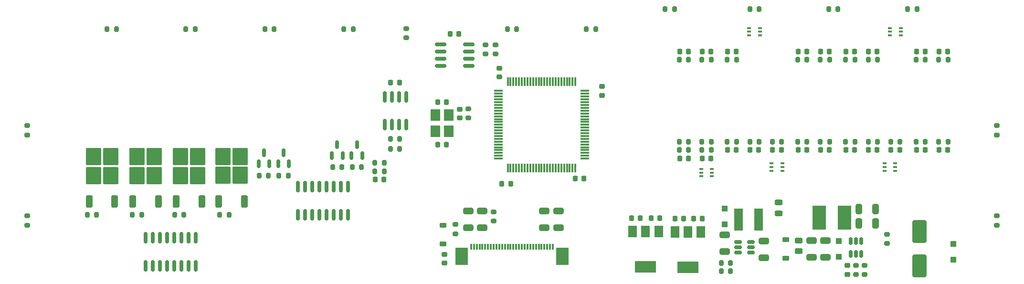
<source format=gtp>
G04 #@! TF.GenerationSoftware,KiCad,Pcbnew,7.0.1*
G04 #@! TF.CreationDate,2023-04-02T15:52:54+01:00*
G04 #@! TF.ProjectId,ecu,6563752e-6b69-4636-9164-5f7063625858,rev?*
G04 #@! TF.SameCoordinates,Original*
G04 #@! TF.FileFunction,Paste,Top*
G04 #@! TF.FilePolarity,Positive*
%FSLAX46Y46*%
G04 Gerber Fmt 4.6, Leading zero omitted, Abs format (unit mm)*
G04 Created by KiCad (PCBNEW 7.0.1) date 2023-04-02 15:52:54*
%MOMM*%
%LPD*%
G01*
G04 APERTURE LIST*
G04 Aperture macros list*
%AMRoundRect*
0 Rectangle with rounded corners*
0 $1 Rounding radius*
0 $2 $3 $4 $5 $6 $7 $8 $9 X,Y pos of 4 corners*
0 Add a 4 corners polygon primitive as box body*
4,1,4,$2,$3,$4,$5,$6,$7,$8,$9,$2,$3,0*
0 Add four circle primitives for the rounded corners*
1,1,$1+$1,$2,$3*
1,1,$1+$1,$4,$5*
1,1,$1+$1,$6,$7*
1,1,$1+$1,$8,$9*
0 Add four rect primitives between the rounded corners*
20,1,$1+$1,$2,$3,$4,$5,0*
20,1,$1+$1,$4,$5,$6,$7,0*
20,1,$1+$1,$6,$7,$8,$9,0*
20,1,$1+$1,$8,$9,$2,$3,0*%
G04 Aperture macros list end*
%ADD10RoundRect,0.150000X-0.825000X-0.150000X0.825000X-0.150000X0.825000X0.150000X-0.825000X0.150000X0*%
%ADD11RoundRect,0.225000X0.225000X0.250000X-0.225000X0.250000X-0.225000X-0.250000X0.225000X-0.250000X0*%
%ADD12RoundRect,0.200000X-0.275000X0.200000X-0.275000X-0.200000X0.275000X-0.200000X0.275000X0.200000X0*%
%ADD13RoundRect,0.225000X0.250000X-0.225000X0.250000X0.225000X-0.250000X0.225000X-0.250000X-0.225000X0*%
%ADD14RoundRect,0.243750X0.456250X-0.243750X0.456250X0.243750X-0.456250X0.243750X-0.456250X-0.243750X0*%
%ADD15R,1.500000X4.000000*%
%ADD16RoundRect,0.200000X0.200000X0.275000X-0.200000X0.275000X-0.200000X-0.275000X0.200000X-0.275000X0*%
%ADD17R,1.800000X2.100000*%
%ADD18RoundRect,0.250000X0.650000X-0.325000X0.650000X0.325000X-0.650000X0.325000X-0.650000X-0.325000X0*%
%ADD19RoundRect,0.250000X0.350000X-0.850000X0.350000X0.850000X-0.350000X0.850000X-0.350000X-0.850000X0*%
%ADD20RoundRect,0.250000X1.125000X-1.275000X1.125000X1.275000X-1.125000X1.275000X-1.125000X-1.275000X0*%
%ADD21RoundRect,0.225000X-0.225000X-0.250000X0.225000X-0.250000X0.225000X0.250000X-0.225000X0.250000X0*%
%ADD22RoundRect,0.250000X0.300000X-0.300000X0.300000X0.300000X-0.300000X0.300000X-0.300000X-0.300000X0*%
%ADD23R,1.500000X2.000000*%
%ADD24R,3.800000X2.000000*%
%ADD25RoundRect,0.150000X-0.512500X-0.150000X0.512500X-0.150000X0.512500X0.150000X-0.512500X0.150000X0*%
%ADD26R,0.300000X1.100000*%
%ADD27R,2.300000X3.100000*%
%ADD28RoundRect,0.200000X-0.200000X-0.275000X0.200000X-0.275000X0.200000X0.275000X-0.200000X0.275000X0*%
%ADD29RoundRect,0.250000X-0.650000X0.325000X-0.650000X-0.325000X0.650000X-0.325000X0.650000X0.325000X0*%
%ADD30R,0.650000X0.400000*%
%ADD31RoundRect,0.243750X-0.456250X0.243750X-0.456250X-0.243750X0.456250X-0.243750X0.456250X0.243750X0*%
%ADD32RoundRect,0.150000X0.150000X-0.587500X0.150000X0.587500X-0.150000X0.587500X-0.150000X-0.587500X0*%
%ADD33RoundRect,0.250000X-1.000000X1.750000X-1.000000X-1.750000X1.000000X-1.750000X1.000000X1.750000X0*%
%ADD34RoundRect,0.250000X-0.300000X0.300000X-0.300000X-0.300000X0.300000X-0.300000X0.300000X0.300000X0*%
%ADD35RoundRect,0.150000X0.150000X-0.850000X0.150000X0.850000X-0.150000X0.850000X-0.150000X-0.850000X0*%
%ADD36RoundRect,0.150000X0.150000X-0.512500X0.150000X0.512500X-0.150000X0.512500X-0.150000X-0.512500X0*%
%ADD37RoundRect,0.150000X-0.150000X0.825000X-0.150000X-0.825000X0.150000X-0.825000X0.150000X0.825000X0*%
%ADD38RoundRect,0.200000X0.275000X-0.200000X0.275000X0.200000X-0.275000X0.200000X-0.275000X-0.200000X0*%
%ADD39RoundRect,0.075000X-0.725000X-0.075000X0.725000X-0.075000X0.725000X0.075000X-0.725000X0.075000X0*%
%ADD40RoundRect,0.075000X-0.075000X-0.725000X0.075000X-0.725000X0.075000X0.725000X-0.075000X0.725000X0*%
%ADD41R,2.400000X4.200000*%
%ADD42RoundRect,0.250000X-0.325000X-0.650000X0.325000X-0.650000X0.325000X0.650000X-0.325000X0.650000X0*%
%ADD43RoundRect,0.225000X-0.375000X0.225000X-0.375000X-0.225000X0.375000X-0.225000X0.375000X0.225000X0*%
%ADD44RoundRect,0.225000X0.375000X-0.225000X0.375000X0.225000X-0.375000X0.225000X-0.375000X-0.225000X0*%
%ADD45RoundRect,0.225000X-0.250000X0.225000X-0.250000X-0.225000X0.250000X-0.225000X0.250000X0.225000X0*%
G04 APERTURE END LIST*
D10*
G04 #@! TO.C,U9*
X127355000Y-107730000D03*
X127355000Y-109000000D03*
X127355000Y-110270000D03*
X127355000Y-111540000D03*
X132305000Y-111540000D03*
X132305000Y-110270000D03*
X132305000Y-109000000D03*
X132305000Y-107730000D03*
G04 #@! TD*
D11*
G04 #@! TO.C,C45*
X173750000Y-138650000D03*
X172200000Y-138650000D03*
G04 #@! TD*
D12*
G04 #@! TO.C,R59*
X202500000Y-146925000D03*
X202500000Y-148575000D03*
G04 #@! TD*
D13*
G04 #@! TO.C,C53*
X199500000Y-148525000D03*
X199500000Y-146975000D03*
G04 #@! TD*
D12*
G04 #@! TO.C,R60*
X201000000Y-146950000D03*
X201000000Y-148600000D03*
G04 #@! TD*
D14*
G04 #@! TO.C,F2*
X187250000Y-137687500D03*
X187250000Y-135812500D03*
G04 #@! TD*
D15*
G04 #@! TO.C,L3*
X183750000Y-138843750D03*
X180150000Y-138843750D03*
G04 #@! TD*
D16*
G04 #@! TO.C,R37*
X111825000Y-105000000D03*
X110175000Y-105000000D03*
G04 #@! TD*
D17*
G04 #@! TO.C,Y1*
X128750000Y-123200000D03*
X128750000Y-120300000D03*
X126450000Y-120300000D03*
X126450000Y-123200000D03*
G04 #@! TD*
D18*
G04 #@! TO.C,C48*
X145750000Y-140250000D03*
X145750000Y-137300000D03*
G04 #@! TD*
D16*
G04 #@! TO.C,R16*
X120100000Y-124525000D03*
X118450000Y-124525000D03*
G04 #@! TD*
D19*
G04 #@! TO.C,Q2*
X65000000Y-135625000D03*
D20*
X65755000Y-131000000D03*
X68805000Y-131000000D03*
X65755000Y-127650000D03*
X68805000Y-127650000D03*
D19*
X69560000Y-135625000D03*
G04 #@! TD*
D11*
G04 #@! TO.C,C35*
X139775000Y-132500000D03*
X138225000Y-132500000D03*
G04 #@! TD*
D16*
G04 #@! TO.C,R42*
X183825000Y-101500000D03*
X182175000Y-101500000D03*
G04 #@! TD*
D21*
G04 #@! TO.C,C20*
X215725000Y-109000000D03*
X217275000Y-109000000D03*
G04 #@! TD*
D22*
G04 #@! TO.C,D22*
X177700000Y-139643750D03*
X177700000Y-136843750D03*
G04 #@! TD*
D21*
G04 #@! TO.C,C24*
X194725000Y-109000000D03*
X196275000Y-109000000D03*
G04 #@! TD*
D23*
G04 #@! TO.C,U7*
X166000000Y-140900000D03*
X163700000Y-140900000D03*
D24*
X163700000Y-147200000D03*
D23*
X161400000Y-140900000D03*
G04 #@! TD*
D25*
G04 #@! TO.C,U3*
X180112500Y-142793750D03*
X180112500Y-143743750D03*
X180112500Y-144693750D03*
X182387500Y-144693750D03*
X182387500Y-143743750D03*
X182387500Y-142793750D03*
G04 #@! TD*
D16*
G04 #@! TO.C,R11*
X120075000Y-126250000D03*
X118425000Y-126250000D03*
G04 #@! TD*
D26*
G04 #@! TO.C,J5*
X147250000Y-143650000D03*
X146750000Y-143650000D03*
X146250000Y-143650000D03*
X145750000Y-143650000D03*
X145250000Y-143650000D03*
X144750000Y-143650000D03*
X144250000Y-143650000D03*
X143750000Y-143650000D03*
X143250000Y-143650000D03*
X142750000Y-143650000D03*
X142250000Y-143650000D03*
X141750000Y-143650000D03*
X141250000Y-143650000D03*
X140750000Y-143650000D03*
X140250000Y-143650000D03*
X139750000Y-143650000D03*
X139250000Y-143650000D03*
X138750000Y-143650000D03*
X138250000Y-143650000D03*
X137750000Y-143650000D03*
X137250000Y-143650000D03*
X136750000Y-143650000D03*
X136250000Y-143650000D03*
X135750000Y-143650000D03*
X135250000Y-143650000D03*
X134750000Y-143650000D03*
X134250000Y-143650000D03*
X133750000Y-143650000D03*
X133250000Y-143650000D03*
X132750000Y-143650000D03*
D27*
X131080000Y-145350000D03*
X148920000Y-145350000D03*
G04 #@! TD*
D28*
G04 #@! TO.C,R17*
X215675000Y-110500000D03*
X217325000Y-110500000D03*
G04 #@! TD*
D29*
G04 #@! TO.C,C42*
X184700000Y-142618750D03*
X184700000Y-145568750D03*
G04 #@! TD*
D21*
G04 #@! TO.C,C9*
X186225000Y-126500000D03*
X187775000Y-126500000D03*
G04 #@! TD*
D28*
G04 #@! TO.C,R2*
X211675000Y-125000000D03*
X213325000Y-125000000D03*
G04 #@! TD*
D12*
G04 #@! TO.C,R46*
X226000000Y-122175000D03*
X226000000Y-123825000D03*
G04 #@! TD*
D30*
G04 #@! TO.C,D2*
X187950000Y-130150000D03*
X187950000Y-129500000D03*
X187950000Y-128850000D03*
X186050000Y-128850000D03*
X186050000Y-129500000D03*
X186050000Y-130150000D03*
G04 #@! TD*
D31*
G04 #@! TO.C,F1*
X190850000Y-142562500D03*
X190850000Y-144437500D03*
G04 #@! TD*
D28*
G04 #@! TO.C,R9*
X182175000Y-125000000D03*
X183825000Y-125000000D03*
G04 #@! TD*
G04 #@! TO.C,R3*
X207175000Y-125000000D03*
X208825000Y-125000000D03*
G04 #@! TD*
G04 #@! TO.C,R23*
X178175000Y-110500000D03*
X179825000Y-110500000D03*
G04 #@! TD*
D21*
G04 #@! TO.C,C23*
X199225000Y-109000000D03*
X200775000Y-109000000D03*
G04 #@! TD*
D32*
G04 #@! TO.C,Q6*
X95050000Y-128875000D03*
X96950000Y-128875000D03*
X96000000Y-127000000D03*
G04 #@! TD*
D21*
G04 #@! TO.C,C11*
X178225000Y-126500000D03*
X179775000Y-126500000D03*
G04 #@! TD*
D28*
G04 #@! TO.C,R8*
X186175000Y-125000000D03*
X187825000Y-125000000D03*
G04 #@! TD*
G04 #@! TO.C,R22*
X190675000Y-110500000D03*
X192325000Y-110500000D03*
G04 #@! TD*
D12*
G04 #@! TO.C,R56*
X137080000Y-107810000D03*
X137080000Y-109460000D03*
G04 #@! TD*
D11*
G04 #@! TO.C,C37*
X162775000Y-138550000D03*
X161225000Y-138550000D03*
G04 #@! TD*
D33*
G04 #@! TO.C,C1*
X212250000Y-140950000D03*
X212250000Y-147050000D03*
G04 #@! TD*
D34*
G04 #@! TO.C,D24*
X218250000Y-143100000D03*
X218250000Y-145900000D03*
G04 #@! TD*
D12*
G04 #@! TO.C,R57*
X135330000Y-107810000D03*
X135330000Y-109460000D03*
G04 #@! TD*
D16*
G04 #@! TO.C,R41*
X167175000Y-101500000D03*
X168825000Y-101500000D03*
G04 #@! TD*
D19*
G04 #@! TO.C,Q8*
X80440000Y-135625000D03*
D20*
X81195000Y-131000000D03*
X84245000Y-131000000D03*
X81195000Y-127650000D03*
X84245000Y-127650000D03*
D19*
X85000000Y-135625000D03*
G04 #@! TD*
D28*
G04 #@! TO.C,R5*
X199175000Y-125000000D03*
X200825000Y-125000000D03*
G04 #@! TD*
D35*
G04 #@! TO.C,U4*
X102055000Y-138000000D03*
X103325000Y-138000000D03*
X104595000Y-138000000D03*
X105865000Y-138000000D03*
X107135000Y-138000000D03*
X108405000Y-138000000D03*
X109675000Y-138000000D03*
X110945000Y-138000000D03*
X110945000Y-133000000D03*
X109675000Y-133000000D03*
X108405000Y-133000000D03*
X107135000Y-133000000D03*
X105865000Y-133000000D03*
X104595000Y-133000000D03*
X103325000Y-133000000D03*
X102055000Y-133000000D03*
G04 #@! TD*
D18*
G04 #@! TO.C,C51*
X132250000Y-140225000D03*
X132250000Y-137275000D03*
G04 #@! TD*
D36*
G04 #@! TO.C,U10*
X200050000Y-144887500D03*
X201000000Y-144887500D03*
X201950000Y-144887500D03*
X201950000Y-142612500D03*
X201000000Y-142612500D03*
X200050000Y-142612500D03*
G04 #@! TD*
D28*
G04 #@! TO.C,R25*
X169675000Y-110500000D03*
X171325000Y-110500000D03*
G04 #@! TD*
D21*
G04 #@! TO.C,C3*
X211725000Y-126500000D03*
X213275000Y-126500000D03*
G04 #@! TD*
D13*
G04 #@! TO.C,C33*
X137750000Y-113525000D03*
X137750000Y-111975000D03*
G04 #@! TD*
D35*
G04 #@! TO.C,U5*
X75055000Y-147000000D03*
X76325000Y-147000000D03*
X77595000Y-147000000D03*
X78865000Y-147000000D03*
X80135000Y-147000000D03*
X81405000Y-147000000D03*
X82675000Y-147000000D03*
X83945000Y-147000000D03*
X83945000Y-142000000D03*
X82675000Y-142000000D03*
X81405000Y-142000000D03*
X80135000Y-142000000D03*
X78865000Y-142000000D03*
X77595000Y-142000000D03*
X76325000Y-142000000D03*
X75055000Y-142000000D03*
G04 #@! TD*
D28*
G04 #@! TO.C,R12*
X173675000Y-125000000D03*
X175325000Y-125000000D03*
G04 #@! TD*
D21*
G04 #@! TO.C,C4*
X207225000Y-126500000D03*
X208775000Y-126500000D03*
G04 #@! TD*
D28*
G04 #@! TO.C,R7*
X190675000Y-125000000D03*
X192325000Y-125000000D03*
G04 #@! TD*
D32*
G04 #@! TO.C,Q7*
X111550000Y-127437500D03*
X113450000Y-127437500D03*
X112500000Y-125562500D03*
G04 #@! TD*
D13*
G04 #@! TO.C,C30*
X130750000Y-120775000D03*
X130750000Y-119225000D03*
G04 #@! TD*
D37*
G04 #@! TO.C,U1*
X121275000Y-117025000D03*
X120005000Y-117025000D03*
X118735000Y-117025000D03*
X117465000Y-117025000D03*
X117465000Y-121975000D03*
X118735000Y-121975000D03*
X120005000Y-121975000D03*
X121275000Y-121975000D03*
G04 #@! TD*
D11*
G04 #@! TO.C,C46*
X130605000Y-105885000D03*
X129055000Y-105885000D03*
G04 #@! TD*
D30*
G04 #@! TO.C,D5*
X182050000Y-104850000D03*
X182050000Y-105500000D03*
X182050000Y-106150000D03*
X183950000Y-106150000D03*
X183950000Y-105500000D03*
X183950000Y-104850000D03*
G04 #@! TD*
D18*
G04 #@! TO.C,C50*
X148250000Y-140225000D03*
X148250000Y-137275000D03*
G04 #@! TD*
D28*
G04 #@! TO.C,R10*
X178175000Y-125000000D03*
X179825000Y-125000000D03*
G04 #@! TD*
D38*
G04 #@! TO.C,R58*
X206500000Y-143075000D03*
X206500000Y-141425000D03*
G04 #@! TD*
D21*
G04 #@! TO.C,C10*
X182225000Y-126500000D03*
X183775000Y-126500000D03*
G04 #@! TD*
D28*
G04 #@! TO.C,R24*
X173675000Y-110500000D03*
X175325000Y-110500000D03*
G04 #@! TD*
D16*
G04 #@! TO.C,R39*
X140825000Y-105000000D03*
X139175000Y-105000000D03*
G04 #@! TD*
D18*
G04 #@! TO.C,C49*
X134750000Y-140225000D03*
X134750000Y-137275000D03*
G04 #@! TD*
D21*
G04 #@! TO.C,C6*
X199225000Y-126500000D03*
X200775000Y-126500000D03*
G04 #@! TD*
D12*
G04 #@! TO.C,R55*
X130000000Y-139675000D03*
X130000000Y-141325000D03*
G04 #@! TD*
D39*
G04 #@! TO.C,U6*
X137575000Y-116000000D03*
X137575000Y-116500000D03*
X137575000Y-117000000D03*
X137575000Y-117500000D03*
X137575000Y-118000000D03*
X137575000Y-118500000D03*
X137575000Y-119000000D03*
X137575000Y-119500000D03*
X137575000Y-120000000D03*
X137575000Y-120500000D03*
X137575000Y-121000000D03*
X137575000Y-121500000D03*
X137575000Y-122000000D03*
X137575000Y-122500000D03*
X137575000Y-123000000D03*
X137575000Y-123500000D03*
X137575000Y-124000000D03*
X137575000Y-124500000D03*
X137575000Y-125000000D03*
X137575000Y-125500000D03*
X137575000Y-126000000D03*
X137575000Y-126500000D03*
X137575000Y-127000000D03*
X137575000Y-127500000D03*
X137575000Y-128000000D03*
D40*
X139250000Y-129675000D03*
X139750000Y-129675000D03*
X140250000Y-129675000D03*
X140750000Y-129675000D03*
X141250000Y-129675000D03*
X141750000Y-129675000D03*
X142250000Y-129675000D03*
X142750000Y-129675000D03*
X143250000Y-129675000D03*
X143750000Y-129675000D03*
X144250000Y-129675000D03*
X144750000Y-129675000D03*
X145250000Y-129675000D03*
X145750000Y-129675000D03*
X146250000Y-129675000D03*
X146750000Y-129675000D03*
X147250000Y-129675000D03*
X147750000Y-129675000D03*
X148250000Y-129675000D03*
X148750000Y-129675000D03*
X149250000Y-129675000D03*
X149750000Y-129675000D03*
X150250000Y-129675000D03*
X150750000Y-129675000D03*
X151250000Y-129675000D03*
D39*
X152925000Y-128000000D03*
X152925000Y-127500000D03*
X152925000Y-127000000D03*
X152925000Y-126500000D03*
X152925000Y-126000000D03*
X152925000Y-125500000D03*
X152925000Y-125000000D03*
X152925000Y-124500000D03*
X152925000Y-124000000D03*
X152925000Y-123500000D03*
X152925000Y-123000000D03*
X152925000Y-122500000D03*
X152925000Y-122000000D03*
X152925000Y-121500000D03*
X152925000Y-121000000D03*
X152925000Y-120500000D03*
X152925000Y-120000000D03*
X152925000Y-119500000D03*
X152925000Y-119000000D03*
X152925000Y-118500000D03*
X152925000Y-118000000D03*
X152925000Y-117500000D03*
X152925000Y-117000000D03*
X152925000Y-116500000D03*
X152925000Y-116000000D03*
D40*
X151250000Y-114325000D03*
X150750000Y-114325000D03*
X150250000Y-114325000D03*
X149750000Y-114325000D03*
X149250000Y-114325000D03*
X148750000Y-114325000D03*
X148250000Y-114325000D03*
X147750000Y-114325000D03*
X147250000Y-114325000D03*
X146750000Y-114325000D03*
X146250000Y-114325000D03*
X145750000Y-114325000D03*
X145250000Y-114325000D03*
X144750000Y-114325000D03*
X144250000Y-114325000D03*
X143750000Y-114325000D03*
X143250000Y-114325000D03*
X142750000Y-114325000D03*
X142250000Y-114325000D03*
X141750000Y-114325000D03*
X141250000Y-114325000D03*
X140750000Y-114325000D03*
X140250000Y-114325000D03*
X139750000Y-114325000D03*
X139250000Y-114325000D03*
G04 #@! TD*
D29*
G04 #@! TO.C,C55*
X193100000Y-142525000D03*
X193100000Y-145475000D03*
G04 #@! TD*
D21*
G04 #@! TO.C,C22*
X203225000Y-109000000D03*
X204775000Y-109000000D03*
G04 #@! TD*
D11*
G04 #@! TO.C,C40*
X128375000Y-125500000D03*
X126825000Y-125500000D03*
G04 #@! TD*
D23*
G04 #@! TO.C,U8*
X173500000Y-141000000D03*
X171200000Y-141000000D03*
D24*
X171200000Y-147300000D03*
D23*
X168900000Y-141000000D03*
G04 #@! TD*
D29*
G04 #@! TO.C,C44*
X177700000Y-141518750D03*
X177700000Y-144468750D03*
G04 #@! TD*
D41*
G04 #@! TO.C,L2*
X199000000Y-138500000D03*
X194500000Y-138500000D03*
G04 #@! TD*
D28*
G04 #@! TO.C,R50*
X115675000Y-128750000D03*
X117325000Y-128750000D03*
G04 #@! TD*
D19*
G04 #@! TO.C,Q3*
X88000000Y-135585000D03*
D20*
X88755000Y-130960000D03*
X91805000Y-130960000D03*
X88755000Y-127610000D03*
X91805000Y-127610000D03*
D19*
X92560000Y-135585000D03*
G04 #@! TD*
D11*
G04 #@! TO.C,C36*
X152775000Y-131500000D03*
X151225000Y-131500000D03*
G04 #@! TD*
D19*
G04 #@! TO.C,Q1*
X72720000Y-135625000D03*
D20*
X73475000Y-131000000D03*
X76525000Y-131000000D03*
X73475000Y-127650000D03*
X76525000Y-127650000D03*
D19*
X77280000Y-135625000D03*
G04 #@! TD*
D21*
G04 #@! TO.C,C14*
X118500000Y-114525000D03*
X120050000Y-114525000D03*
G04 #@! TD*
G04 #@! TO.C,C28*
X169725000Y-109000000D03*
X171275000Y-109000000D03*
G04 #@! TD*
D30*
G04 #@! TO.C,D6*
X207050000Y-104850000D03*
X207050000Y-105500000D03*
X207050000Y-106150000D03*
X208950000Y-106150000D03*
X208950000Y-105500000D03*
X208950000Y-104850000D03*
G04 #@! TD*
D42*
G04 #@! TO.C,C32*
X201500000Y-137000000D03*
X204450000Y-137000000D03*
G04 #@! TD*
D21*
G04 #@! TO.C,C27*
X173725000Y-109000000D03*
X175275000Y-109000000D03*
G04 #@! TD*
G04 #@! TO.C,C52*
X168925000Y-138650000D03*
X170475000Y-138650000D03*
G04 #@! TD*
D16*
G04 #@! TO.C,R40*
X154825000Y-105000000D03*
X153175000Y-105000000D03*
G04 #@! TD*
G04 #@! TO.C,R32*
X96825000Y-131000000D03*
X95175000Y-131000000D03*
G04 #@! TD*
D12*
G04 #@! TO.C,R45*
X226000000Y-138175000D03*
X226000000Y-139825000D03*
G04 #@! TD*
G04 #@! TO.C,R49*
X132250000Y-119175000D03*
X132250000Y-120825000D03*
G04 #@! TD*
D21*
G04 #@! TO.C,C21*
X211725000Y-109000000D03*
X213275000Y-109000000D03*
G04 #@! TD*
D34*
G04 #@! TO.C,D25*
X198000000Y-142600000D03*
X198000000Y-145400000D03*
G04 #@! TD*
D16*
G04 #@! TO.C,R51*
X117325000Y-130250000D03*
X115675000Y-130250000D03*
G04 #@! TD*
G04 #@! TO.C,R15*
X171325000Y-126500000D03*
X169675000Y-126500000D03*
G04 #@! TD*
D21*
G04 #@! TO.C,C8*
X190725000Y-126500000D03*
X192275000Y-126500000D03*
G04 #@! TD*
G04 #@! TO.C,C7*
X194725000Y-126500000D03*
X196275000Y-126500000D03*
G04 #@! TD*
G04 #@! TO.C,C39*
X126825000Y-118000000D03*
X128375000Y-118000000D03*
G04 #@! TD*
D12*
G04 #@! TO.C,R47*
X54000000Y-122175000D03*
X54000000Y-123825000D03*
G04 #@! TD*
D16*
G04 #@! TO.C,R26*
X100325000Y-131000000D03*
X98675000Y-131000000D03*
G04 #@! TD*
G04 #@! TO.C,R28*
X66325000Y-138000000D03*
X64675000Y-138000000D03*
G04 #@! TD*
D42*
G04 #@! TO.C,C43*
X201500000Y-139500000D03*
X204450000Y-139500000D03*
G04 #@! TD*
D16*
G04 #@! TO.C,R52*
X178775000Y-147993750D03*
X177125000Y-147993750D03*
G04 #@! TD*
D28*
G04 #@! TO.C,R1*
X215675000Y-125000000D03*
X217325000Y-125000000D03*
G04 #@! TD*
G04 #@! TO.C,R4*
X203175000Y-125000000D03*
X204825000Y-125000000D03*
G04 #@! TD*
D30*
G04 #@! TO.C,D3*
X173550000Y-129850000D03*
X173550000Y-130500000D03*
X173550000Y-131150000D03*
X175450000Y-131150000D03*
X175450000Y-130500000D03*
X175450000Y-129850000D03*
G04 #@! TD*
D16*
G04 #@! TO.C,R27*
X109825000Y-129500000D03*
X108175000Y-129500000D03*
G04 #@! TD*
D28*
G04 #@! TO.C,R21*
X194675000Y-110500000D03*
X196325000Y-110500000D03*
G04 #@! TD*
D21*
G04 #@! TO.C,C26*
X178225000Y-109000000D03*
X179775000Y-109000000D03*
G04 #@! TD*
D28*
G04 #@! TO.C,R53*
X177125000Y-146493750D03*
X178775000Y-146493750D03*
G04 #@! TD*
D16*
G04 #@! TO.C,R36*
X97825000Y-105000000D03*
X96175000Y-105000000D03*
G04 #@! TD*
G04 #@! TO.C,R31*
X89825000Y-138000000D03*
X88175000Y-138000000D03*
G04 #@! TD*
G04 #@! TO.C,R35*
X83825000Y-105000000D03*
X82175000Y-105000000D03*
G04 #@! TD*
D11*
G04 #@! TO.C,C17*
X175275000Y-128000000D03*
X173725000Y-128000000D03*
G04 #@! TD*
D12*
G04 #@! TO.C,R54*
X136750000Y-137425000D03*
X136750000Y-139075000D03*
G04 #@! TD*
G04 #@! TO.C,R48*
X54000000Y-138175000D03*
X54000000Y-139825000D03*
G04 #@! TD*
D32*
G04 #@! TO.C,Q4*
X108050000Y-127437500D03*
X109950000Y-127437500D03*
X109000000Y-125562500D03*
G04 #@! TD*
D16*
G04 #@! TO.C,R33*
X113325000Y-129500000D03*
X111675000Y-129500000D03*
G04 #@! TD*
D30*
G04 #@! TO.C,D1*
X207950000Y-130150000D03*
X207950000Y-129500000D03*
X207950000Y-128850000D03*
X206050000Y-128850000D03*
X206050000Y-129500000D03*
X206050000Y-130150000D03*
G04 #@! TD*
D38*
G04 #@! TO.C,R38*
X121250000Y-106575000D03*
X121250000Y-104925000D03*
G04 #@! TD*
D43*
G04 #@! TO.C,D4*
X188600000Y-142350000D03*
X188600000Y-145650000D03*
G04 #@! TD*
D13*
G04 #@! TO.C,C47*
X128000000Y-146525000D03*
X128000000Y-144975000D03*
G04 #@! TD*
D16*
G04 #@! TO.C,R13*
X175325000Y-126500000D03*
X173675000Y-126500000D03*
G04 #@! TD*
D28*
G04 #@! TO.C,R6*
X194675000Y-125000000D03*
X196325000Y-125000000D03*
G04 #@! TD*
D16*
G04 #@! TO.C,R44*
X211825000Y-101500000D03*
X210175000Y-101500000D03*
G04 #@! TD*
G04 #@! TO.C,R43*
X197825000Y-101500000D03*
X196175000Y-101500000D03*
G04 #@! TD*
D44*
G04 #@! TO.C,D23*
X127750000Y-143150000D03*
X127750000Y-139850000D03*
G04 #@! TD*
D16*
G04 #@! TO.C,R30*
X81825000Y-138000000D03*
X80175000Y-138000000D03*
G04 #@! TD*
D21*
G04 #@! TO.C,C38*
X164675000Y-138550000D03*
X166225000Y-138550000D03*
G04 #@! TD*
G04 #@! TO.C,C2*
X215725000Y-126500000D03*
X217275000Y-126500000D03*
G04 #@! TD*
G04 #@! TO.C,C5*
X203225000Y-126500000D03*
X204775000Y-126500000D03*
G04 #@! TD*
D45*
G04 #@! TO.C,C34*
X156000000Y-115225000D03*
X156000000Y-116775000D03*
G04 #@! TD*
D28*
G04 #@! TO.C,R18*
X211675000Y-110500000D03*
X213325000Y-110500000D03*
G04 #@! TD*
D29*
G04 #@! TO.C,C54*
X195600000Y-142525000D03*
X195600000Y-145475000D03*
G04 #@! TD*
D28*
G04 #@! TO.C,R19*
X203175000Y-110500000D03*
X204825000Y-110500000D03*
G04 #@! TD*
D32*
G04 #@! TO.C,Q5*
X98550000Y-128875000D03*
X100450000Y-128875000D03*
X99500000Y-127000000D03*
G04 #@! TD*
D28*
G04 #@! TO.C,R20*
X199175000Y-110500000D03*
X200825000Y-110500000D03*
G04 #@! TD*
D11*
G04 #@! TO.C,C41*
X117275000Y-131750000D03*
X115725000Y-131750000D03*
G04 #@! TD*
D21*
G04 #@! TO.C,C25*
X190725000Y-109000000D03*
X192275000Y-109000000D03*
G04 #@! TD*
D16*
G04 #@! TO.C,R34*
X69825000Y-105000000D03*
X68175000Y-105000000D03*
G04 #@! TD*
G04 #@! TO.C,R29*
X74325000Y-138000000D03*
X72675000Y-138000000D03*
G04 #@! TD*
D11*
G04 #@! TO.C,C16*
X171275000Y-128000000D03*
X169725000Y-128000000D03*
G04 #@! TD*
D28*
G04 #@! TO.C,R14*
X169675000Y-125000000D03*
X171325000Y-125000000D03*
G04 #@! TD*
M02*

</source>
